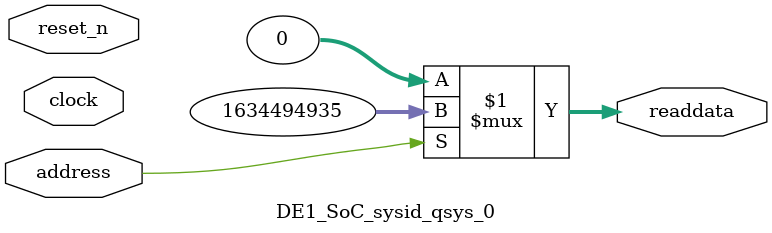
<source format=v>



// synthesis translate_off
`timescale 1ns / 1ps
// synthesis translate_on

// turn off superfluous verilog processor warnings 
// altera message_level Level1 
// altera message_off 10034 10035 10036 10037 10230 10240 10030 

module DE1_SoC_sysid_qsys_0 (
               // inputs:
                address,
                clock,
                reset_n,

               // outputs:
                readdata
             )
;

  output  [ 31: 0] readdata;
  input            address;
  input            clock;
  input            reset_n;

  wire    [ 31: 0] readdata;
  //control_slave, which is an e_avalon_slave
  assign readdata = address ? 1634494935 : 0;

endmodule



</source>
